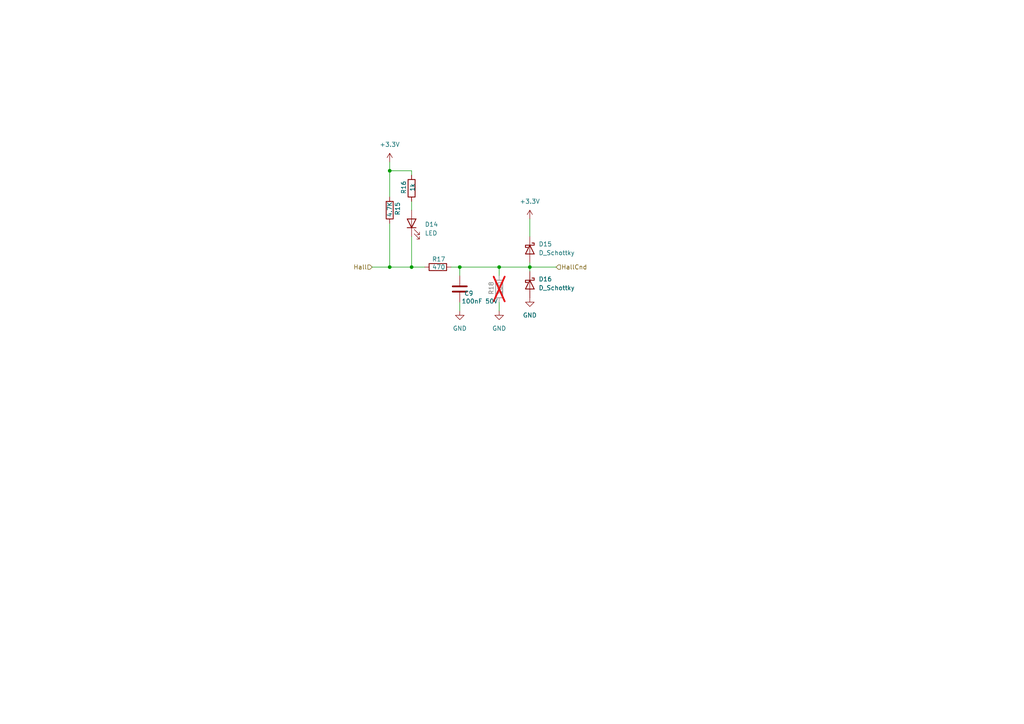
<source format=kicad_sch>
(kicad_sch (version 20250114) (generator "eeschema") (generator_version "9.0")
  (paper "A4")
  (lib_symbols
    (symbol "Device:C" (pin_numbers (hide yes)) (pin_names (offset 0.254))
      (property "Reference" "C" (at 0.635 2.54 0))
      (property "Value" "C" (at 0.635 -2.54 0))
      (symbol "C_0_1"
        (polyline (pts (xy -2.032 0.762) (xy 2.032 0.762)) (stroke (width 0.508)))
        (polyline (pts (xy -2.032 -0.762) (xy 2.032 -0.762)) (stroke (width 0.508)))
      )
      (symbol "C_1_1"
        (pin passive line (at 0 3.81 270) (length 2.794) (name "~") (number "1"))
        (pin passive line (at 0 -3.81 90) (length 2.794) (name "~") (number "2"))
      )
    )
    (symbol "Device:D_Schottky" (pin_numbers (hide yes)) (pin_names (offset 1.016) (hide yes))
      (property "Reference" "D" (at 0 2.54 0))
      (property "Value" "D_Schottky" (at 0 -2.54 0))
      (symbol "D_Schottky_0_1"
        (polyline (pts (xy -1.905 0.635) (xy -1.905 1.27) (xy -1.27 1.27) (xy -1.27 -1.27) (xy -0.635 -1.27) (xy -0.635 -0.635)) (stroke (width 0.254)))
        (polyline (pts (xy 1.27 1.27) (xy 1.27 -1.27) (xy -1.27 0) (xy 1.27 1.27)) (stroke (width 0.254)))
        (polyline (pts (xy 1.27 0) (xy -1.27 0)))
      )
      (symbol "D_Schottky_1_1"
        (pin passive line (at -3.81 0 0) (length 2.54) (name "K") (number "1"))
        (pin passive line (at 3.81 0 180) (length 2.54) (name "A") (number "2"))
      )
    )
    (symbol "Device:LED" (pin_numbers (hide yes)) (pin_names (offset 1.016) (hide yes))
      (property "Reference" "D" (at 0 2.54 0))
      (property "Value" "LED" (at 0 -2.54 0))
      (symbol "LED_0_1"
        (polyline (pts (xy -3.048 -0.762) (xy -4.572 -2.286) (xy -3.81 -2.286) (xy -4.572 -2.286) (xy -4.572 -1.524)))
        (polyline (pts (xy -1.778 -0.762) (xy -3.302 -2.286) (xy -2.54 -2.286) (xy -3.302 -2.286) (xy -3.302 -1.524)))
        (polyline (pts (xy -1.27 0) (xy 1.27 0)))
        (polyline (pts (xy -1.27 -1.27) (xy -1.27 1.27)) (stroke (width 0.254)))
        (polyline (pts (xy 1.27 -1.27) (xy 1.27 1.27) (xy -1.27 0) (xy 1.27 -1.27)) (stroke (width 0.254)))
      )
      (symbol "LED_1_1"
        (pin passive line (at -3.81 0 0) (length 2.54) (name "K") (number "1"))
        (pin passive line (at 3.81 0 180) (length 2.54) (name "A") (number "2"))
      )
    )
    (symbol "Device:R" (pin_numbers (hide yes)) (pin_names (offset 0))
      (property "Reference" "R" (at 2.032 0 90))
      (property "Value" "R" (at 0 0 90))
      (symbol "R_0_1"
        (rectangle (start -1.016 -2.54) (end 1.016 2.54) (stroke (width 0.254)))
      )
      (symbol "R_1_1"
        (pin passive line (at 0 3.81 270) (length 1.27) (name "~") (number "1"))
        (pin passive line (at 0 -3.81 90) (length 1.27) (name "~") (number "2"))
      )
    )
    (symbol "power:+3.3V" (power) (pin_numbers (hide yes)) (pin_names (offset 0) (hide yes))
      (property "Value" "+3.3V" (at 0 3.556 0))
      (symbol "+3.3V_0_1"
        (polyline (pts (xy -0.762 1.27) (xy 0 2.54)))
        (polyline (pts (xy 0 2.54) (xy 0.762 1.27)))
        (polyline (pts (xy 0 0) (xy 0 2.54)))
      )
      (symbol "+3.3V_1_1"
        (pin power_in line (at 0 0 90) (length 0) (name "~") (number "1"))
      )
    )
    (symbol "power:+5V" (power) (pin_numbers (hide yes)) (pin_names (offset 0) (hide yes))
      (property "Value" "+5V" (at 0 3.556 0))
      (symbol "+5V_0_1"
        (polyline (pts (xy -0.762 1.27) (xy 0 2.54)))
        (polyline (pts (xy 0 2.54) (xy 0.762 1.27)))
        (polyline (pts (xy 0 0) (xy 0 2.54)))
      )
      (symbol "+5V_1_1"
        (pin power_in line (at 0 0 90) (length 0) (name "~") (number "1"))
      )
    )
    (symbol "power:GND" (power) (pin_numbers (hide yes)) (pin_names (offset 0) (hide yes))
      (property "Value" "GND" (at 0 -3.81 0))
      (symbol "GND_0_1"
        (polyline (pts (xy 0 0) (xy 0 -1.27) (xy 1.27 -1.27) (xy 0 -2.54) (xy -1.27 -1.27) (xy 0 -1.27)))
      )
      (symbol "GND_1_1"
        (pin power_in line (at 0 0 270) (length 0) (name "~") (number "1"))
      )
    )
  )
  (junction (at 133.35 77.47))
  (junction (at 113.03 49.53))
  (junction (at 119.38 77.47))
  (junction (at 113.03 77.47))
  (junction (at 153.67 77.47))
  (junction (at 144.78 77.47))
  (wire (pts (xy 153.67 63.5) (xy 153.67 68.58)))
  (wire (pts (xy 113.03 49.53) (xy 119.38 49.53)))
  (wire (pts (xy 107.95 77.47) (xy 113.03 77.47)))
  (wire (pts (xy 153.67 77.47) (xy 161.29 77.47)))
  (wire (pts (xy 113.03 64.77) (xy 113.03 77.47)))
  (wire (pts (xy 119.38 77.47) (xy 123.19 77.47)))
  (wire (pts (xy 113.03 49.53) (xy 113.03 57.15)))
  (wire (pts (xy 113.03 46.99) (xy 113.03 49.53)))
  (wire (pts (xy 133.35 77.47) (xy 133.35 80.01)))
  (wire (pts (xy 119.38 50.8) (xy 119.38 49.53)))
  (wire (pts (xy 144.78 77.47) (xy 144.78 80.01)))
  (wire (pts (xy 133.35 77.47) (xy 144.78 77.47)))
  (wire (pts (xy 119.38 58.42) (xy 119.38 60.96)))
  (wire (pts (xy 144.78 87.63) (xy 144.78 90.17)))
  (wire (pts (xy 153.67 76.2) (xy 153.67 77.47)))
  (wire (pts (xy 119.38 68.58) (xy 119.38 77.47)))
  (wire (pts (xy 144.78 77.47) (xy 153.67 77.47)))
  (wire (pts (xy 153.67 77.47) (xy 153.67 78.74)))
  (wire (pts (xy 113.03 77.47) (xy 119.38 77.47)))
  (wire (pts (xy 133.35 87.63) (xy 133.35 90.17)))
  (wire (pts (xy 130.81 77.47) (xy 133.35 77.47)))
  (hierarchical_label "HallCnd" (shape input) (at 161.29 77.47 0))
  (hierarchical_label "Hall" (shape input) (at 107.95 77.47 180))
  (symbol (lib_id "power:+3.3V") (at 153.67 63.5 0) (unit 1)
    (property "Reference" "#PWR036" (effects (hide yes)))
    (property "Value" "+3.3V" (at 153.67 58.42 0))
    (property "Description" "Power symbol creates a global label with name \"+3.3V\"" (effects (hide yes)))
    (instances (project "ControllerInterface" (path "" (reference "#PWR050") (unit 1)) (path "" (reference "#PWR045") (unit 1)) (path "" (reference "#PWR036") (unit 1))))
  )
  (symbol (lib_id "power:GND") (at 144.78 90.17 0) (unit 1)
    (property "Reference" "#PWR035" (effects (hide yes)))
    (property "Value" "GND" (at 144.78 95.25 0))
    (property "Description" "Power symbol creates a global label with name \"GND\" , ground" (effects (hide yes)))
    (instances (project "ControllerInterface" (path "" (reference "#PWR049") (unit 1)) (path "" (reference "#PWR044") (unit 1)) (path "" (reference "#PWR035") (unit 1))))
  )
  (symbol (lib_id "power:GND") (at 133.35 90.17 0) (unit 1)
    (property "Reference" "#PWR034" (effects (hide yes)))
    (property "Value" "GND" (at 133.35 95.25 0))
    (property "Description" "Power symbol creates a global label with name \"GND\" , ground" (effects (hide yes)))
    (instances (project "ControllerInterface" (path "" (reference "#PWR048") (unit 1)) (path "" (reference "#PWR043") (unit 1)) (path "" (reference "#PWR034") (unit 1))))
  )
  (symbol (lib_id "Device:R") (at 119.38 54.61 180) (unit 1)
    (property "Reference" "R6" (at 117.094 54.356 90))
    (property "Value" "1k" (at 119.634 54.356 90))
    (property "Footprint" "Resistor_SMD:R_1206_3216Metric" (effects (hide yes)))
    (property "Description" "Resistor" (effects (hide yes)))
    (property "LCSC Part" "C113307" (effects (hide yes)))
    (instances (project "ControllerInterface" (path "" (reference "R16") (unit 1)) (path "" (reference "R12") (unit 1)) (path "" (reference "R6") (unit 1))))
  )
  (symbol (lib_id "Device:R") (at 113.03 60.96 180) (unit 1)
    (property "Reference" "R5" (at 115.316 62.484 90) (effects (justify right)))
    (property "Value" "4.7K" (at 113.03 62.992 90) (effects (justify right)))
    (property "Footprint" "Resistor_SMD:R_1206_3216Metric" (effects (hide yes)))
    (property "Description" "Resistor" (effects (hide yes)))
    (property "LCSC Part" "C17902" (effects (hide yes)))
    (instances (project "ControllerInterface" (path "" (reference "R15") (unit 1)) (path "" (reference "R11") (unit 1)) (path "" (reference "R5") (unit 1))))
  )
  (symbol (lib_id "Device:R") (at 144.78 83.82 180) (unit 1) (dnp yes)
    (property "Reference" "R8" (at 142.494 83.566 90))
    (property "Value" "100" (at 145.034 83.566 90))
    (property "Footprint" "Resistor_SMD:R_1206_3216Metric" (effects (hide yes)))
    (property "Description" "Resistor" (effects (hide yes)))
    (property "LCSC Part" "C113307" (effects (hide yes)))
    (instances (project "ControllerInterface" (path "" (reference "R18") (unit 1)) (path "" (reference "R14") (unit 1)) (path "" (reference "R8") (unit 1))))
  )
  (symbol (lib_id "Device:C") (at 133.35 83.82 0) (unit 1)
    (property "Reference" "C6" (at 134.62 85.09 0) (effects (justify left)))
    (property "Value" "100nF 50V" (at 133.858 87.376 0) (effects (justify left)))
    (property "Footprint" "Capacitor_SMD:C_1206_3216Metric" (effects (hide yes)))
    (property "Description" "Unpolarized capacitor" (effects (hide yes)))
    (property "LCSC Part" "C24497" (effects (hide yes)))
    (instances (project "ControllerInterface" (path "" (reference "C9") (unit 1)) (path "" (reference "C8") (unit 1)) (path "" (reference "C6") (unit 1))))
  )
  (symbol (lib_id "Device:R") (at 127 77.47 90) (unit 1)
    (property "Reference" "R7" (at 127.254 75.184 90))
    (property "Value" "470" (at 127.254 77.47 90))
    (property "Footprint" "Resistor_SMD:R_1206_3216Metric" (effects (hide yes)))
    (property "Description" "Resistor" (effects (hide yes)))
    (property "LCSC Part" "C113307" (effects (hide yes)))
    (instances (project "ControllerInterface" (path "" (reference "R17") (unit 1)) (path "" (reference "R13") (unit 1)) (path "" (reference "R7") (unit 1))))
  )
  (symbol (lib_id "Device:LED") (at 119.38 64.77 90) (unit 1)
    (property "Reference" "D6" (at 123.19 65.0874 90) (effects (justify right)))
    (property "Value" "LED" (at 123.19 67.6274 90) (effects (justify right)))
    (property "Footprint" "LED_THT:LED_D3.0mm" (effects (hide yes)))
    (property "Description" "Light emitting diode" (effects (hide yes)))
    (property "Sim.Pins" "1=K 2=A" (effects (hide yes)))
    (instances (project "ControllerInterface" (path "" (reference "D14") (unit 1)) (path "" (reference "D11") (unit 1)) (path "" (reference "D6") (unit 1))))
  )
  (symbol (lib_id "Device:D_Schottky") (at 153.67 72.39 270) (unit 1)
    (property "Reference" "D7" (at 156.21 70.8024 90) (effects (justify left)))
    (property "Value" "D_Schottky" (at 156.21 73.3424 90) (effects (justify left)))
    (property "Footprint" "Diode_SMD:D_SOD-123" (effects (hide yes)))
    (property "Description" "Schottky diode" (effects (hide yes)))
    (property "LCSC Part" "C181204" (effects (hide yes)))
    (instances (project "ControllerInterface" (path "" (reference "D15") (unit 1)) (path "" (reference "D12") (unit 1)) (path "" (reference "D7") (unit 1))))
  )
  (symbol (lib_id "power:+5V") (at 113.03 46.99 0) (unit 1)
    (property "Reference" "#PWR033" (effects (hide yes)))
    (property "Value" "+3.3V" (at 113.03 41.91 0))
    (property "Description" "Power symbol creates a global label with name \"+5V\"" (effects (hide yes)))
    (instances (project "ControllerInterface" (path "" (reference "#PWR047") (unit 1)) (path "" (reference "#PWR042") (unit 1)) (path "" (reference "#PWR033") (unit 1))))
  )
  (symbol (lib_id "Device:D_Schottky") (at 153.67 82.55 270) (unit 1)
    (property "Reference" "D8" (at 156.21 80.9624 90) (effects (justify left)))
    (property "Value" "D_Schottky" (at 156.21 83.5024 90) (effects (justify left)))
    (property "Footprint" "Diode_SMD:D_SOD-123" (effects (hide yes)))
    (property "Description" "Schottky diode" (effects (hide yes)))
    (property "LCSC Part" "C181204" (effects (hide yes)))
    (instances (project "ControllerInterface" (path "" (reference "D16") (unit 1)) (path "" (reference "D13") (unit 1)) (path "" (reference "D8") (unit 1))))
  )
  (symbol (lib_id "power:GND") (at 153.67 86.36 0) (unit 1)
    (property "Reference" "#PWR037" (effects (hide yes)))
    (property "Value" "GND" (at 153.67 91.44 0))
    (property "Description" "Power symbol creates a global label with name \"GND\" , ground" (effects (hide yes)))
    (instances (project "ControllerInterface" (path "" (reference "#PWR051") (unit 1)) (path "" (reference "#PWR046") (unit 1)) (path "" (reference "#PWR037") (unit 1))))
  )
)
</source>
